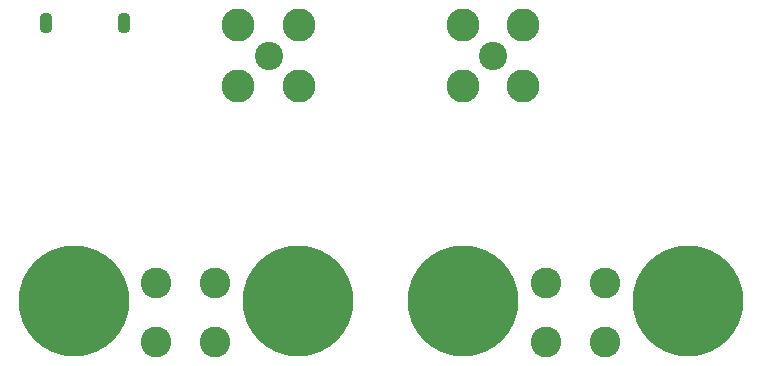
<source format=gbr>
G04 #@! TF.GenerationSoftware,KiCad,Pcbnew,(5.0.0-rc2-204-g01c2d93a8)*
G04 #@! TF.CreationDate,2018-06-27T22:36:21-05:00*
G04 #@! TF.ProjectId,hall-current-probe,68616C6C2D63757272656E742D70726F,rev?*
G04 #@! TF.SameCoordinates,Original*
G04 #@! TF.FileFunction,Soldermask,Bot*
G04 #@! TF.FilePolarity,Negative*
%FSLAX46Y46*%
G04 Gerber Fmt 4.6, Leading zero omitted, Abs format (unit mm)*
G04 Created by KiCad (PCBNEW (5.0.0-rc2-204-g01c2d93a8)) date Wed Jun 27 22:36:21 2018*
%MOMM*%
%LPD*%
G01*
G04 APERTURE LIST*
%ADD10C,2.600000*%
%ADD11C,1.400000*%
%ADD12C,9.400000*%
%ADD13C,2.800000*%
%ADD14C,2.400000*%
%ADD15O,1.100000X1.800000*%
G04 APERTURE END LIST*
D10*
G04 #@! TO.C,J4*
X13000000Y-23500000D03*
X13000000Y-28500000D03*
X18000000Y-28500000D03*
X18000000Y-23500000D03*
G04 #@! TD*
G04 #@! TO.C,J5*
X51000000Y-23500000D03*
X51000000Y-28500000D03*
X46000000Y-28500000D03*
X46000000Y-23500000D03*
G04 #@! TD*
D11*
G04 #@! TO.C,MP4*
X59750000Y-21968911D03*
X56250000Y-21968911D03*
X54500000Y-25000000D03*
X56250000Y-28031089D03*
X59750000Y-28031089D03*
X61500000Y-25000000D03*
D12*
X58000000Y-25000000D03*
G04 #@! TD*
G04 #@! TO.C,MP1*
X6000000Y-25000000D03*
D11*
X9500000Y-25000000D03*
X7750000Y-28031089D03*
X4250000Y-28031089D03*
X2500000Y-25000000D03*
X4250000Y-21968911D03*
X7750000Y-21968911D03*
G04 #@! TD*
G04 #@! TO.C,MP2*
X26750000Y-21968911D03*
X23250000Y-21968911D03*
X21500000Y-25000000D03*
X23250000Y-28031089D03*
X26750000Y-28031089D03*
X28500000Y-25000000D03*
D12*
X25000000Y-25000000D03*
G04 #@! TD*
G04 #@! TO.C,MP3*
X39000000Y-25000000D03*
D11*
X42500000Y-25000000D03*
X40750000Y-28031089D03*
X37250000Y-28031089D03*
X35500000Y-25000000D03*
X37250000Y-21968911D03*
X40750000Y-21968911D03*
G04 #@! TD*
D13*
G04 #@! TO.C,J2*
X19950000Y-1700000D03*
X25050000Y-1700000D03*
X19950000Y-6800000D03*
X25050000Y-6800000D03*
D14*
X22500000Y-4250000D03*
G04 #@! TD*
G04 #@! TO.C,J3*
X41500000Y-4250000D03*
D13*
X44050000Y-6800000D03*
X38950000Y-6800000D03*
X44050000Y-1700000D03*
X38950000Y-1700000D03*
G04 #@! TD*
D15*
G04 #@! TO.C,J1*
X3700000Y-1500000D03*
X10300000Y-1500000D03*
G04 #@! TD*
M02*

</source>
